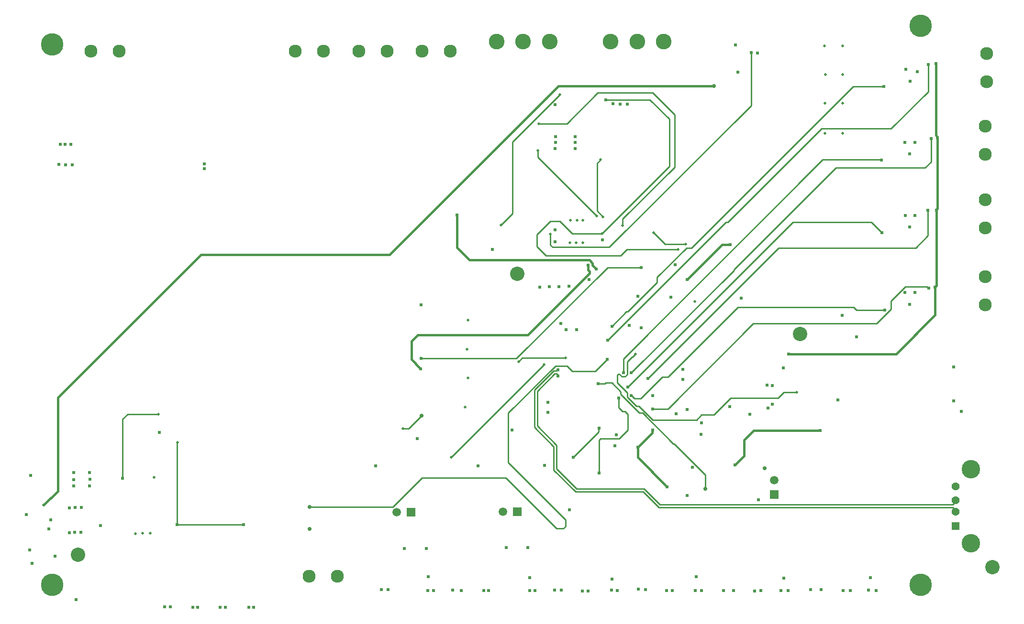
<source format=gbl>
G04*
G04 #@! TF.GenerationSoftware,Altium Limited,Altium Designer,22.8.2 (66)*
G04*
G04 Layer_Physical_Order=4*
G04 Layer_Color=16711680*
%FSLAX25Y25*%
%MOIN*%
G70*
G04*
G04 #@! TF.SameCoordinates,B200CC57-BB18-49EB-B43A-6B17B7EBAB9B*
G04*
G04*
G04 #@! TF.FilePolarity,Positive*
G04*
G01*
G75*
%ADD12C,0.01000*%
%ADD135C,0.01500*%
%ADD141C,0.10000*%
%ADD142C,0.09055*%
%ADD143C,0.15630*%
%ADD144R,0.05622X0.05622*%
%ADD145C,0.05622*%
%ADD146C,0.12898*%
%ADD147C,0.10925*%
%ADD148R,0.05906X0.05906*%
%ADD149C,0.05906*%
%ADD150R,0.05906X0.05906*%
%ADD151C,0.02400*%
%ADD152C,0.02000*%
%ADD153C,0.02800*%
D12*
X49100Y118600D02*
X52600Y122100D01*
X49100Y77500D02*
Y118600D01*
X418900Y248800D02*
X427000Y240700D01*
X441400D01*
X433600Y294500D02*
Y331000D01*
X397400Y253600D02*
Y258300D01*
X433600Y294500D01*
X418300Y346300D02*
X433600Y331000D01*
X87209Y101602D02*
Y102309D01*
X87400Y102500D01*
X87100Y101493D02*
X87209Y101602D01*
X87100Y45013D02*
Y101493D01*
X87164Y44949D02*
X133252D01*
X87100Y45013D02*
X87164Y44949D01*
X133252D02*
X133300Y44900D01*
X87084Y44997D02*
X87100Y45013D01*
X344100Y232800D02*
X396000D01*
X347100Y256800D02*
X353700D01*
X337800Y247500D02*
X347100Y256800D01*
X353700D02*
X362362Y248138D01*
X337800Y239100D02*
Y247500D01*
X362362Y248138D02*
X383062D01*
X383100Y248100D01*
X337800Y239100D02*
X344100Y232800D01*
X347100Y240186D02*
X348586Y238700D01*
X388100D01*
X347100Y240186D02*
Y247800D01*
X388100Y238700D02*
X486900Y337500D01*
X405342Y270342D02*
X430100Y295100D01*
X405342Y270342D02*
X405342D01*
X383100Y248100D02*
X405342Y270342D01*
X430100Y295100D02*
Y327900D01*
X400300Y237100D02*
X435900D01*
X396000Y232800D02*
X400300Y237100D01*
X536120Y321302D02*
X584502D01*
X610300Y347100D02*
Y366200D01*
X584502Y321302D02*
X610300Y347100D01*
X358700Y324800D02*
X380200Y346300D01*
X339000Y324800D02*
X358700D01*
X338300Y301300D02*
X379300Y260300D01*
X338300Y301300D02*
Y306100D01*
X320600Y261900D02*
Y312000D01*
X312700Y254000D02*
X320600Y261900D01*
Y312000D02*
X353700Y345100D01*
X394900Y104900D02*
X401000Y111000D01*
X381000Y104000D02*
X381900Y104900D01*
X394900D01*
X398000Y151000D02*
Y160800D01*
X536861Y299661D02*
X577339D01*
X398000Y160800D02*
X536861Y299661D01*
X488500Y185500D02*
X574518D01*
X584445Y195426D02*
Y201074D01*
X560333Y194700D02*
X579900D01*
X584445Y201074D02*
X594371Y211000D01*
X609349D01*
X558433Y196600D02*
X560333Y194700D01*
X574518Y185500D02*
X584445Y195426D01*
X577339Y299661D02*
X577600Y299400D01*
X428886Y125886D02*
X488500Y185500D01*
X52600Y122100D02*
X73900D01*
X74000Y122200D01*
X445518Y238200D02*
X558118Y350800D01*
X441982Y238200D02*
X445518D01*
X421437Y217656D02*
X441982Y238200D01*
X558118Y350800D02*
X579500D01*
X390000Y183500D02*
X400075Y193575D01*
X400893D02*
X421437Y214119D01*
Y217656D01*
X400075Y193575D02*
X400893D01*
X404062Y161996D02*
X404496D01*
X400700Y158634D02*
X404062Y161996D01*
X404496D02*
X406400Y163900D01*
X400700Y149882D02*
Y158634D01*
X474929Y222529D02*
Y222929D01*
X393700Y144000D02*
Y149482D01*
X474929Y222929D02*
X546000Y294000D01*
X399118Y148300D02*
X400700Y149882D01*
X394286Y150067D02*
X395114D01*
X396882Y148300D01*
X393700Y149482D02*
X394286Y150067D01*
X403400Y151000D02*
X474929Y222529D01*
X396882Y148300D02*
X399118D01*
X401082Y141000D02*
X516082Y256000D01*
X387018Y173693D02*
X469328Y256003D01*
X470822D01*
X244491Y111909D02*
X248265D01*
X257356Y121000D01*
X244300Y112100D02*
X244491Y111909D01*
X477600Y196600D02*
X558433D01*
X429000Y148000D02*
X477600Y196600D01*
X323470Y161000D02*
X386970Y224500D01*
X410372D01*
X257000Y161000D02*
X323470D01*
X509800Y137500D02*
X518800D01*
X505600Y133300D02*
X509800Y137500D01*
X472800Y133300D02*
X505600D01*
X461100Y121600D02*
X472800Y133300D01*
X449000Y118200D02*
X452400Y121600D01*
X461100D01*
X418300Y118200D02*
X449000D01*
X433409Y101409D02*
X455000Y79818D01*
X408700Y127800D02*
X418300Y118200D01*
X409182Y123000D02*
X411237D01*
X432828Y101409D01*
X433409D01*
X455000Y70000D02*
Y79818D01*
X396191Y135991D02*
X409182Y123000D01*
X406928Y127800D02*
X408700D01*
X390000Y144000D02*
X396191Y137809D01*
Y135991D02*
Y137809D01*
X385764Y144000D02*
X390000D01*
X385115Y143351D02*
X385764Y144000D01*
X380500Y143351D02*
X385115D01*
X400686Y134043D02*
X406928Y127800D01*
X400686Y134043D02*
Y134414D01*
X400600Y134500D02*
X400686Y134414D01*
X403486Y135203D02*
X403606D01*
X405809Y133000D01*
X410000D01*
X425000Y148000D01*
X400600Y134500D02*
Y137100D01*
X393700Y144000D02*
X400600Y137100D01*
X327500Y161400D02*
X357800D01*
X324886Y158786D02*
X327500Y161400D01*
X470822Y256003D02*
X536120Y321302D01*
X506200Y238200D02*
X601800D01*
X415000Y147000D02*
X506200Y238200D01*
X425000Y148000D02*
X429000D01*
X486900Y337500D02*
Y374300D01*
X546000Y294000D02*
X608200D01*
X379600Y264000D02*
X383800Y259800D01*
X342662Y156762D02*
X342700Y156800D01*
X278000Y92000D02*
X342662Y156662D01*
Y156762D01*
X362500Y152000D02*
X378400D01*
X386800Y160400D01*
X609349Y211000D02*
X610247Y210102D01*
X610626D01*
X612400Y298200D02*
Y314500D01*
X608200Y294000D02*
X612400Y298200D01*
X610200Y246600D02*
Y264500D01*
X601800Y238200D02*
X610200Y246600D01*
X570700Y256000D02*
X578000Y248700D01*
X516082Y256000D02*
X570700D01*
X380200Y346300D02*
X418300D01*
X416500Y341500D02*
X430100Y327900D01*
X379600Y264000D02*
Y297200D01*
X382200Y299800D01*
X385600Y341400D02*
X385700Y341500D01*
X416500D01*
X335914Y138974D02*
X349242Y152302D01*
X352500Y148729D02*
Y149306D01*
X337914Y138146D02*
X350070Y150302D01*
X351504D01*
X350934Y152434D02*
X351426D01*
X337914Y113914D02*
Y138146D01*
X335914Y113086D02*
Y138974D01*
X317800Y122982D02*
X350648Y155829D01*
X358671D01*
X317800Y88382D02*
Y122982D01*
X351504Y150302D02*
X352500Y149306D01*
X352121Y153129D02*
X352500D01*
X351426Y152434D02*
X352121Y153129D01*
X350802Y152302D02*
X350934Y152434D01*
X349242Y152302D02*
X350802D01*
X358671Y155829D02*
X362500Y152000D01*
X317800Y88382D02*
X357700Y48482D01*
X316118Y77700D02*
X351518Y42300D01*
X356118D01*
X357700Y43882D01*
Y48482D01*
X257669Y77700D02*
X316118D01*
X179500Y57500D02*
X237470D01*
X257669Y77700D01*
X349500Y83172D02*
X364672Y68000D01*
X335914Y113086D02*
X349500Y99500D01*
X351500Y84000D02*
X365500Y70000D01*
X349500Y83172D02*
Y99500D01*
X351500Y84000D02*
Y100328D01*
X337914Y113914D02*
X351500Y100328D01*
X394567Y126776D02*
X397344Y124000D01*
X394567Y126776D02*
Y133239D01*
X397344Y124000D02*
X399000D01*
X380670Y111870D02*
X381107Y112307D01*
X380670Y109670D02*
Y111870D01*
X363000Y92000D02*
X380670Y109670D01*
X401000Y111000D02*
Y122000D01*
X399000Y124000D02*
X401000Y122000D01*
X364672Y68000D02*
X411672D01*
X627394Y57000D02*
X630331Y54063D01*
X411672Y68000D02*
X422672Y57000D01*
X627394D01*
X365500Y70000D02*
X412500D01*
X627394Y59000D02*
X630331Y61937D01*
X412500Y70000D02*
X423500Y59000D01*
X627394D01*
X418500Y125886D02*
X428886D01*
X381000Y81000D02*
Y104000D01*
D135*
X352700Y351100D02*
X461020D01*
X235000Y233400D02*
X352700Y351100D01*
X-5800Y58600D02*
X3899Y68299D01*
Y133679D02*
X103621Y233400D01*
X3899Y68299D02*
Y133679D01*
X103621Y233400D02*
X235000D01*
X373400Y222757D02*
Y226000D01*
Y222757D02*
X374400Y221757D01*
X290600Y229700D02*
X374300D01*
X376516Y227484D01*
Y225984D02*
Y227484D01*
Y225984D02*
X379000Y223500D01*
X374400Y220372D02*
Y221757D01*
X615200Y211044D02*
X615900Y211743D01*
X481962Y104076D02*
X488586Y110700D01*
X534900D01*
X418128Y109128D02*
Y110728D01*
X408000Y99000D02*
X418128Y109128D01*
Y110728D02*
X418300Y110900D01*
X442500Y216000D02*
X466800Y240300D01*
X472300D01*
X282000Y238300D02*
X290600Y229700D01*
X282000Y238300D02*
Y260900D01*
X254800Y177400D02*
X331428D01*
X374400Y220372D01*
X408000Y92000D02*
Y99000D01*
Y92000D02*
X428500Y71500D01*
X475700Y86700D02*
X481962Y92962D01*
Y104076D01*
X250300Y172900D02*
X254800Y177400D01*
X250300Y160300D02*
Y172900D01*
Y160300D02*
X256800Y153800D01*
X513000Y164200D02*
X587900D01*
X615200Y191500D01*
Y210800D01*
X615900Y211743D02*
Y264500D01*
X615200Y210800D02*
Y211044D01*
X615900Y264743D02*
X616747Y265590D01*
Y315183D01*
X615900Y264500D02*
Y264743D01*
X616747Y315183D02*
Y315426D01*
X615600Y316573D02*
Y366800D01*
Y316573D02*
X616747Y315426D01*
D141*
X17900Y24200D02*
D03*
X324200Y220000D02*
D03*
X655000Y15500D02*
D03*
X521200Y177900D02*
D03*
D142*
X198843Y9000D02*
D03*
X179157D02*
D03*
X257757Y375500D02*
D03*
X277443D02*
D03*
X213558D02*
D03*
X233243D02*
D03*
X169358D02*
D03*
X189042D02*
D03*
X46843D02*
D03*
X27158D02*
D03*
X651000Y354157D02*
D03*
Y373843D02*
D03*
X650000Y303315D02*
D03*
Y323000D02*
D03*
Y252157D02*
D03*
Y271843D02*
D03*
Y198315D02*
D03*
Y218000D02*
D03*
D143*
X605000Y3000D02*
D03*
X0D02*
D03*
X605000Y393000D02*
D03*
X0Y380000D02*
D03*
D144*
X629331Y44221D02*
D03*
D145*
Y54063D02*
D03*
Y61937D02*
D03*
Y71780D02*
D03*
D146*
X640000Y32134D02*
D03*
Y83866D02*
D03*
D147*
X389096Y382100D02*
D03*
X407600D02*
D03*
X426104D02*
D03*
X309596D02*
D03*
X328100D02*
D03*
X346604D02*
D03*
D148*
X324000Y54000D02*
D03*
X249976Y53709D02*
D03*
D149*
X314000Y54000D02*
D03*
X239976Y53709D02*
D03*
X503000Y76000D02*
D03*
D150*
Y66000D02*
D03*
D151*
X-15100Y79400D02*
D03*
X15100Y76500D02*
D03*
X15200Y81300D02*
D03*
X-15500Y27500D02*
D03*
X-18100Y52100D02*
D03*
X-14000Y18200D02*
D03*
X-2400Y42060D02*
D03*
X2200Y22900D02*
D03*
X491400Y374200D02*
D03*
X133300Y44900D02*
D03*
X87084Y44997D02*
D03*
X350477Y242311D02*
D03*
X383500Y243600D02*
D03*
X350409Y250591D02*
D03*
X373400Y226000D02*
D03*
X350509Y338091D02*
D03*
X350500Y307500D02*
D03*
X350700Y315700D02*
D03*
X350600Y311800D02*
D03*
X33700Y44500D02*
D03*
X393100Y107600D02*
D03*
X579900Y194700D02*
D03*
X615200Y210800D02*
D03*
X601082Y206916D02*
D03*
X594119Y206929D02*
D03*
X577600Y299400D02*
D03*
X550400Y191200D02*
D03*
X509300Y154300D02*
D03*
X534900Y110700D02*
D03*
X452500Y116000D02*
D03*
X452000Y108000D02*
D03*
X49100Y77500D02*
D03*
X20300Y57000D02*
D03*
X16000D02*
D03*
X11900Y39500D02*
D03*
X15800Y39600D02*
D03*
X20100Y39700D02*
D03*
X11900Y56700D02*
D03*
X-800Y48300D02*
D03*
X15200Y71900D02*
D03*
X26200D02*
D03*
X26300Y76700D02*
D03*
X26200Y81500D02*
D03*
X106050Y293375D02*
D03*
X106150Y296675D02*
D03*
X4700Y296400D02*
D03*
X9500Y296200D02*
D03*
X14000D02*
D03*
X13100Y310500D02*
D03*
X9200Y310300D02*
D03*
X229400Y-300D02*
D03*
X234100D02*
D03*
X285100Y-900D02*
D03*
X279000Y-700D02*
D03*
X261700Y-900D02*
D03*
X304200Y-1100D02*
D03*
X332700D02*
D03*
X350200Y-500D02*
D03*
X354700Y-700D02*
D03*
X373500Y-1300D02*
D03*
X389600Y-700D02*
D03*
X408500Y0D02*
D03*
X413400Y-200D02*
D03*
X431900Y-1100D02*
D03*
X448100Y-900D02*
D03*
X467800Y-800D02*
D03*
X474700Y-900D02*
D03*
X493700Y-1100D02*
D03*
X507800Y-900D02*
D03*
X528400Y-400D02*
D03*
X535600D02*
D03*
X556200Y-900D02*
D03*
X568600Y-700D02*
D03*
X570100Y8000D02*
D03*
X550900Y-1000D02*
D03*
X509665Y7600D02*
D03*
X489400Y-1200D02*
D03*
X452276Y-975D02*
D03*
X448800Y8700D02*
D03*
X428000Y-1100D02*
D03*
X393576Y-975D02*
D03*
X390100Y7200D02*
D03*
X369400Y-1200D02*
D03*
X336400Y-1100D02*
D03*
X332800Y8000D02*
D03*
X300600Y-1100D02*
D03*
X261900Y8800D02*
D03*
X331500Y28900D02*
D03*
X265576Y-975D02*
D03*
X260800Y28500D02*
D03*
X245500D02*
D03*
X439500Y146500D02*
D03*
Y153500D02*
D03*
X408000Y204500D02*
D03*
X403400Y151000D02*
D03*
X418300Y110900D02*
D03*
X512600Y-1000D02*
D03*
X574000D02*
D03*
X433900Y226300D02*
D03*
X401082Y141000D02*
D03*
X418500Y135000D02*
D03*
X472300Y240300D02*
D03*
X282000Y260900D02*
D03*
X374200Y216000D02*
D03*
X78500Y-12300D02*
D03*
X98100Y-12500D02*
D03*
X117100Y-12700D02*
D03*
X120800D02*
D03*
X140400Y-12600D02*
D03*
X431200Y203700D02*
D03*
X477600Y360700D02*
D03*
X316500Y28900D02*
D03*
X486000Y122000D02*
D03*
X403486Y135203D02*
D03*
X475700Y86700D02*
D03*
X363000Y92000D02*
D03*
X354267Y185268D02*
D03*
X358000Y181000D02*
D03*
X256800Y153800D02*
D03*
X560400Y176000D02*
D03*
X387018Y173693D02*
D03*
X479900Y203200D02*
D03*
X498100Y142300D02*
D03*
X501800Y128900D02*
D03*
X498600Y126500D02*
D03*
X547400Y132200D02*
D03*
X501800Y142200D02*
D03*
X386800Y160400D02*
D03*
X513000Y164200D02*
D03*
X615600Y366800D02*
D03*
X610300Y366200D02*
D03*
X602857Y361139D02*
D03*
X594600Y362600D02*
D03*
X601082Y311666D02*
D03*
X594119Y311679D02*
D03*
X616747Y315183D02*
D03*
X612400Y314500D02*
D03*
X615900Y264500D02*
D03*
X610200D02*
D03*
X594300Y260800D02*
D03*
X601082Y260666D02*
D03*
X610626Y210102D02*
D03*
X578000Y248700D02*
D03*
X579500Y350800D02*
D03*
X320500Y111000D02*
D03*
X225400Y85900D02*
D03*
X296600Y86000D02*
D03*
X16800Y-7300D02*
D03*
X74800Y109400D02*
D03*
X136900Y-12600D02*
D03*
X101500Y-12500D02*
D03*
X82300Y-12300D02*
D03*
X476000Y379800D02*
D03*
X486900Y374300D02*
D03*
X400600Y338500D02*
D03*
X395700D02*
D03*
X390700Y338600D02*
D03*
X385600Y341400D02*
D03*
X359900Y211300D02*
D03*
X352900Y211100D02*
D03*
X346400Y211000D02*
D03*
X339700Y210800D02*
D03*
X364500Y307300D02*
D03*
X364300Y311700D02*
D03*
X364400Y315600D02*
D03*
X306700Y236900D02*
D03*
X597424Y252576D02*
D03*
Y303576D02*
D03*
X254500Y105000D02*
D03*
X365500Y181000D02*
D03*
X343000Y86248D02*
D03*
X345500Y130500D02*
D03*
X392000Y100000D02*
D03*
X434600Y122400D02*
D03*
X442500Y125500D02*
D03*
X472000Y127500D02*
D03*
X410500Y182500D02*
D03*
X597424Y198827D02*
D03*
X597828Y354421D02*
D03*
X442500Y65500D02*
D03*
X446000Y85000D02*
D03*
X360500Y55500D02*
D03*
X492000Y62500D02*
D03*
X628000Y155000D02*
D03*
Y131500D02*
D03*
X633500Y124000D02*
D03*
X5600Y310500D02*
D03*
X257207Y198500D02*
D03*
X410372Y224500D02*
D03*
X380500Y143351D02*
D03*
X352500Y148729D02*
D03*
Y153129D02*
D03*
X257000Y161000D02*
D03*
X394567Y133239D02*
D03*
X381107Y112307D02*
D03*
X345400Y123400D02*
D03*
X398000Y151000D02*
D03*
X408000Y99000D02*
D03*
X415000Y147000D02*
D03*
X418500Y125886D02*
D03*
X379000Y223500D02*
D03*
X390000Y183500D02*
D03*
X402000Y184000D02*
D03*
X442500Y216000D02*
D03*
X381000Y81000D02*
D03*
X428500Y71500D02*
D03*
D152*
X418900Y248800D02*
D03*
X369700Y241600D02*
D03*
X365100D02*
D03*
X360600D02*
D03*
X383100Y248100D02*
D03*
X339000Y324800D02*
D03*
X338300Y306100D02*
D03*
X347100Y247800D02*
D03*
X71177Y77930D02*
D03*
X-5800Y58600D02*
D03*
X406400Y163900D02*
D03*
X435900Y237100D02*
D03*
X244300Y112100D02*
D03*
X447800Y200800D02*
D03*
X518800Y137500D02*
D03*
X287700Y127100D02*
D03*
X289600Y147500D02*
D03*
X289000Y167400D02*
D03*
X289700Y187600D02*
D03*
X441400Y240700D02*
D03*
X397400Y253600D02*
D03*
X379300Y260300D02*
D03*
X383800Y259800D02*
D03*
X342700Y156800D02*
D03*
X278000Y92000D02*
D03*
X357800Y161400D02*
D03*
X324886Y158786D02*
D03*
X353700Y345100D02*
D03*
X382200Y299800D02*
D03*
X538400Y338900D02*
D03*
X550600Y379102D02*
D03*
X538200D02*
D03*
X550800Y359068D02*
D03*
X538700D02*
D03*
X550700Y338900D02*
D03*
X538400Y318100D02*
D03*
X550800Y317900D02*
D03*
X68300Y38900D02*
D03*
X63200Y39000D02*
D03*
X58200Y38800D02*
D03*
X87400Y102500D02*
D03*
X74000Y122200D02*
D03*
X369700Y257400D02*
D03*
X365600Y257500D02*
D03*
X360900Y257400D02*
D03*
X312700Y254000D02*
D03*
D153*
X461124Y351100D02*
D03*
X179500Y42000D02*
D03*
X496500Y84500D02*
D03*
X257356Y121000D02*
D03*
X179500Y57500D02*
D03*
X455000Y70000D02*
D03*
M02*

</source>
